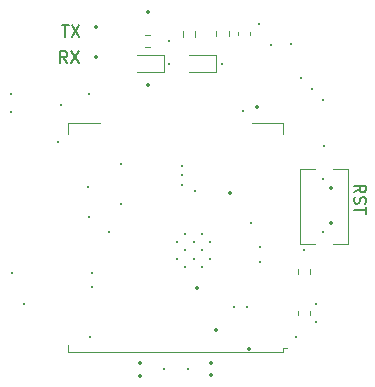
<source format=gto>
%TF.GenerationSoftware,KiCad,Pcbnew,7.0.6*%
%TF.CreationDate,2023-09-26T22:04:44+02:00*%
%TF.ProjectId,torque_controller,746f7271-7565-45f6-936f-6e74726f6c6c,rev?*%
%TF.SameCoordinates,Original*%
%TF.FileFunction,Legend,Top*%
%TF.FilePolarity,Positive*%
%FSLAX46Y46*%
G04 Gerber Fmt 4.6, Leading zero omitted, Abs format (unit mm)*
G04 Created by KiCad (PCBNEW 7.0.6) date 2023-09-26 22:04:44*
%MOMM*%
%LPD*%
G01*
G04 APERTURE LIST*
%ADD10C,0.160000*%
%ADD11C,0.120000*%
%ADD12C,0.300000*%
%ADD13C,0.350000*%
%ADD14C,0.200000*%
G04 APERTURE END LIST*
D10*
X15080700Y-164786D02*
X15556891Y168547D01*
X15080700Y406642D02*
X16080700Y406642D01*
X16080700Y406642D02*
X16080700Y25690D01*
X16080700Y25690D02*
X16033081Y-69548D01*
X16033081Y-69548D02*
X15985462Y-117167D01*
X15985462Y-117167D02*
X15890224Y-164786D01*
X15890224Y-164786D02*
X15747367Y-164786D01*
X15747367Y-164786D02*
X15652129Y-117167D01*
X15652129Y-117167D02*
X15604510Y-69548D01*
X15604510Y-69548D02*
X15556891Y25690D01*
X15556891Y25690D02*
X15556891Y406642D01*
X15128320Y-545739D02*
X15080700Y-688596D01*
X15080700Y-688596D02*
X15080700Y-926691D01*
X15080700Y-926691D02*
X15128320Y-1021929D01*
X15128320Y-1021929D02*
X15175939Y-1069548D01*
X15175939Y-1069548D02*
X15271177Y-1117167D01*
X15271177Y-1117167D02*
X15366415Y-1117167D01*
X15366415Y-1117167D02*
X15461653Y-1069548D01*
X15461653Y-1069548D02*
X15509272Y-1021929D01*
X15509272Y-1021929D02*
X15556891Y-926691D01*
X15556891Y-926691D02*
X15604510Y-736215D01*
X15604510Y-736215D02*
X15652129Y-640977D01*
X15652129Y-640977D02*
X15699748Y-593358D01*
X15699748Y-593358D02*
X15794986Y-545739D01*
X15794986Y-545739D02*
X15890224Y-545739D01*
X15890224Y-545739D02*
X15985462Y-593358D01*
X15985462Y-593358D02*
X16033081Y-640977D01*
X16033081Y-640977D02*
X16080700Y-736215D01*
X16080700Y-736215D02*
X16080700Y-974310D01*
X16080700Y-974310D02*
X16033081Y-1117167D01*
X16080700Y-1402882D02*
X16080700Y-1974310D01*
X15080700Y-1688596D02*
X16080700Y-1688596D01*
X-9205214Y10790701D02*
X-9538547Y11266892D01*
X-9776642Y10790701D02*
X-9776642Y11790701D01*
X-9776642Y11790701D02*
X-9395690Y11790701D01*
X-9395690Y11790701D02*
X-9300452Y11743082D01*
X-9300452Y11743082D02*
X-9252833Y11695463D01*
X-9252833Y11695463D02*
X-9205214Y11600225D01*
X-9205214Y11600225D02*
X-9205214Y11457368D01*
X-9205214Y11457368D02*
X-9252833Y11362130D01*
X-9252833Y11362130D02*
X-9300452Y11314511D01*
X-9300452Y11314511D02*
X-9395690Y11266892D01*
X-9395690Y11266892D02*
X-9776642Y11266892D01*
X-8871880Y11790701D02*
X-8205214Y10790701D01*
X-8205214Y11790701D02*
X-8871880Y10790701D01*
X-9639499Y14030701D02*
X-9068071Y14030701D01*
X-9353785Y13030701D02*
X-9353785Y14030701D01*
X-8829975Y14030701D02*
X-8163309Y13030701D01*
X-8163309Y14030701D02*
X-8829975Y13030701D01*
D11*
%TO.C,R3*%
X4463000Y13062742D02*
X4463000Y13537258D01*
X3418000Y13062742D02*
X3418000Y13537258D01*
%TO.C,R1*%
X1625000Y13032742D02*
X1625000Y13507258D01*
X580000Y13032742D02*
X580000Y13507258D01*
%TO.C,SWRST1*%
X10540000Y-4570000D02*
X11740000Y-4570000D01*
X13340000Y-4570000D02*
X14540000Y-4570000D01*
X14540000Y-4570000D02*
X14540000Y1830000D01*
X10540000Y1830000D02*
X10540000Y-4570000D01*
X11740000Y1830000D02*
X10540000Y1830000D01*
X14540000Y1830000D02*
X13340000Y1830000D01*
%TO.C,RRST1*%
X11352500Y-6632742D02*
X11352500Y-7107258D01*
X10307500Y-6632742D02*
X10307500Y-7107258D01*
%TO.C,C1*%
X6280000Y13149420D02*
X6280000Y13430580D01*
X5260000Y13149420D02*
X5260000Y13430580D01*
%TO.C,ESP32*%
X9440000Y-13300000D02*
X9110000Y-13300000D01*
X9110000Y-13710000D02*
X9110000Y-13300000D01*
X9110000Y-13710000D02*
X-9110000Y-13710000D01*
X9110000Y4810000D02*
X9110000Y5710000D01*
X9110000Y5710000D02*
X6425000Y5710000D01*
X-6425000Y5710000D02*
X-9110000Y5710000D01*
X-9110000Y-13710000D02*
X-9110000Y-13120000D01*
X-9110000Y4810000D02*
X-9110000Y5710000D01*
%TO.C,CESP32*%
X11340000Y-10224420D02*
X11340000Y-10505580D01*
X10320000Y-10224420D02*
X10320000Y-10505580D01*
%TO.C,R2*%
X-2647255Y13182506D02*
X-2172739Y13182506D01*
X-2647255Y12137506D02*
X-2172739Y12137506D01*
%TO.C,D2*%
X-965000Y10015000D02*
X-965000Y11485000D01*
X-965000Y11485000D02*
X-3250000Y11485000D01*
X-3250000Y10015000D02*
X-965000Y10015000D01*
%TO.C,D1*%
X3375000Y10015000D02*
X3375000Y11485000D01*
X3375000Y11485000D02*
X1090000Y11485000D01*
X1090000Y10015000D02*
X3375000Y10015000D01*
%TD*%
D12*
X7030000Y14095000D03*
X3940500Y10750000D03*
X-7110000Y-6970000D03*
X-13905000Y-6970000D03*
X11860000Y-11140000D03*
X10830000Y-5010000D03*
X11860000Y-9590000D03*
X10210000Y-12410000D03*
X-13980000Y6630000D03*
X-7100000Y-8160000D03*
X-609995Y12660008D03*
X-570004Y10750002D03*
X5715000Y6710000D03*
D13*
X6850000Y7100000D03*
D12*
X12440000Y-3540000D03*
X12540000Y3740000D03*
X-9760000Y7230000D03*
X-12830000Y-9620000D03*
X-4640000Y2275500D03*
D13*
X3380000Y-11830000D03*
X-2340000Y15155000D03*
X-3020000Y-15680000D03*
D12*
X-7310000Y-12410000D03*
D13*
X-3010000Y-14627247D03*
D12*
X-4640000Y-1163650D03*
X-13980000Y8180000D03*
D13*
X6225000Y-13440000D03*
D12*
X12430000Y960000D03*
X1600000Y0D03*
D13*
X1760000Y-8290000D03*
X-2340000Y8930000D03*
X4560000Y-230000D03*
X2990000Y-15660000D03*
X3000000Y-14630000D03*
D12*
X9770000Y12420000D03*
X-9980000Y4100000D03*
X6370000Y-2740000D03*
X7120000Y-6060000D03*
X7120000Y-4790000D03*
X-7350000Y8180000D03*
X12440000Y7630000D03*
X11545603Y8585103D03*
X10610000Y9510000D03*
X560000Y2110000D03*
X-7440000Y290000D03*
X548736Y1300000D03*
X-7390000Y-2250000D03*
X550000Y460000D03*
X-5680000Y-3520000D03*
X1000000Y-15150000D03*
X8021653Y12302508D03*
X-1000000Y-15150000D03*
D14*
X2900000Y-5770000D03*
X2900000Y-4370000D03*
X2200000Y-6470000D03*
X2200000Y-5070000D03*
X2200000Y-3670000D03*
X1500000Y-5770000D03*
X1500000Y-4370000D03*
X800000Y-6470000D03*
X800000Y-5070000D03*
X800000Y-3670000D03*
X100000Y-5770000D03*
X100000Y-4370000D03*
D13*
X-6750000Y13875000D03*
X-6750000Y11335000D03*
X13145000Y-2790000D03*
X13145000Y210000D03*
D14*
X4960000Y-9900276D03*
X6060000Y-9900276D03*
M02*

</source>
